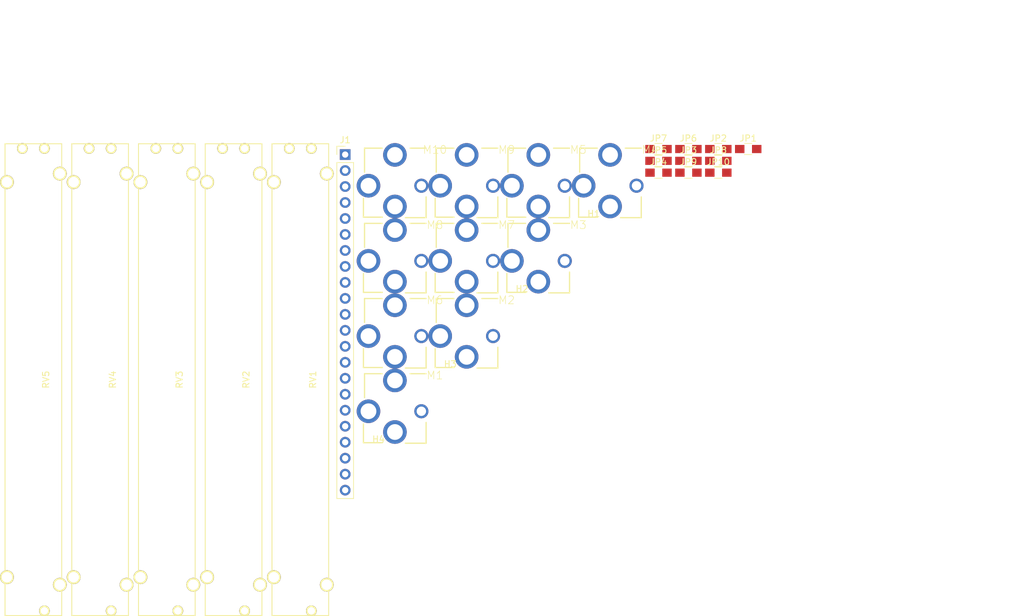
<source format=kicad_pcb>
(kicad_pcb (version 20171130) (host pcbnew 5.0.2+dfsg1-1)

  (general
    (thickness 1.6)
    (drawings 1)
    (tracks 0)
    (zones 0)
    (modules 30)
    (nets 33)
  )

  (page A4)
  (layers
    (0 F.Cu signal)
    (31 B.Cu signal)
    (32 B.Adhes user)
    (33 F.Adhes user)
    (34 B.Paste user)
    (35 F.Paste user)
    (36 B.SilkS user)
    (37 F.SilkS user)
    (38 B.Mask user)
    (39 F.Mask user)
    (40 Dwgs.User user)
    (41 Cmts.User user)
    (42 Eco1.User user)
    (43 Eco2.User user)
    (44 Edge.Cuts user)
    (45 Margin user)
    (46 B.CrtYd user)
    (47 F.CrtYd user)
    (48 B.Fab user)
    (49 F.Fab user)
  )

  (setup
    (last_trace_width 0.25)
    (trace_clearance 0.2)
    (zone_clearance 0.508)
    (zone_45_only no)
    (trace_min 0.2)
    (segment_width 0.2)
    (edge_width 0.15)
    (via_size 0.8)
    (via_drill 0.4)
    (via_min_size 0.4)
    (via_min_drill 0.3)
    (uvia_size 0.3)
    (uvia_drill 0.1)
    (uvias_allowed no)
    (uvia_min_size 0.2)
    (uvia_min_drill 0.1)
    (pcb_text_width 0.3)
    (pcb_text_size 1.5 1.5)
    (mod_edge_width 0.15)
    (mod_text_size 1 1)
    (mod_text_width 0.15)
    (pad_size 1.524 1.524)
    (pad_drill 0.762)
    (pad_to_mask_clearance 0.051)
    (solder_mask_min_width 0.25)
    (aux_axis_origin 0 0)
    (visible_elements FFFFFF7F)
    (pcbplotparams
      (layerselection 0x010fc_ffffffff)
      (usegerberextensions false)
      (usegerberattributes false)
      (usegerberadvancedattributes false)
      (creategerberjobfile false)
      (excludeedgelayer true)
      (linewidth 0.050000)
      (plotframeref false)
      (viasonmask false)
      (mode 1)
      (useauxorigin false)
      (hpglpennumber 1)
      (hpglpenspeed 20)
      (hpglpendiameter 15.000000)
      (psnegative false)
      (psa4output false)
      (plotreference true)
      (plotvalue true)
      (plotinvisibletext false)
      (padsonsilk false)
      (subtractmaskfromsilk false)
      (outputformat 1)
      (mirror false)
      (drillshape 1)
      (scaleselection 1)
      (outputdirectory ""))
  )

  (net 0 "")
  (net 1 GND)
  (net 2 /FB1)
  (net 3 /FB_1)
  (net 4 /FB2)
  (net 5 /FB_2)
  (net 6 /FB3)
  (net 7 /FB_3)
  (net 8 /FB4)
  (net 9 /FB_4)
  (net 10 /FB5)
  (net 11 /FB_5)
  (net 12 /J1)
  (net 13 /J2)
  (net 14 /J3)
  (net 15 /J4)
  (net 16 /J5)
  (net 17 /JJ1)
  (net 18 /JJ2)
  (net 19 /JJ3)
  (net 20 /JJ4)
  (net 21 /JJ5)
  (net 22 /PSBUS)
  (net 23 "Net-(M1-Pad2)")
  (net 24 "Net-(M2-Pad2)")
  (net 25 "Net-(M3-Pad2)")
  (net 26 "Net-(M4-Pad2)")
  (net 27 "Net-(M5-Pad2)")
  (net 28 "Net-(M6-Pad2)")
  (net 29 "Net-(M7-Pad2)")
  (net 30 "Net-(M8-Pad2)")
  (net 31 "Net-(M9-Pad2)")
  (net 32 "Net-(M10-Pad2)")

  (net_class Default "This is the default net class."
    (clearance 0.2)
    (trace_width 0.25)
    (via_dia 0.8)
    (via_drill 0.4)
    (uvia_dia 0.3)
    (uvia_drill 0.1)
    (add_net /FB1)
    (add_net /FB2)
    (add_net /FB3)
    (add_net /FB4)
    (add_net /FB5)
    (add_net /FB_1)
    (add_net /FB_2)
    (add_net /FB_3)
    (add_net /FB_4)
    (add_net /FB_5)
    (add_net /J1)
    (add_net /J2)
    (add_net /J3)
    (add_net /J4)
    (add_net /J5)
    (add_net /JJ1)
    (add_net /JJ2)
    (add_net /JJ3)
    (add_net /JJ4)
    (add_net /JJ5)
    (add_net /PSBUS)
    (add_net GND)
    (add_net "Net-(M1-Pad2)")
    (add_net "Net-(M10-Pad2)")
    (add_net "Net-(M2-Pad2)")
    (add_net "Net-(M3-Pad2)")
    (add_net "Net-(M4-Pad2)")
    (add_net "Net-(M5-Pad2)")
    (add_net "Net-(M6-Pad2)")
    (add_net "Net-(M7-Pad2)")
    (add_net "Net-(M8-Pad2)")
    (add_net "Net-(M9-Pad2)")
  )

  (module Mounting_Holes:MountingHole_3.2mm_M3 (layer F.Cu) (tedit 56D1B4CB) (tstamp 5EA83155)
    (at 104.295001 15.425001)
    (descr "Mounting Hole 3.2mm, no annular, M3")
    (tags "mounting hole 3.2mm no annular m3")
    (path /5E959466)
    (fp_text reference H1 (at 0 -4.2) (layer F.SilkS)
      (effects (font (size 1 1) (thickness 0.15)))
    )
    (fp_text value MountingHole (at 0 4.2) (layer F.Fab)
      (effects (font (size 1 1) (thickness 0.15)))
    )
    (fp_circle (center 0 0) (end 3.2 0) (layer Cmts.User) (width 0.15))
    (fp_circle (center 0 0) (end 3.45 0) (layer F.CrtYd) (width 0.05))
    (pad 1 np_thru_hole circle (at 0 0) (size 3.2 3.2) (drill 3.2) (layers *.Cu *.Mask))
  )

  (module Mounting_Holes:MountingHole_3.2mm_M3 (layer F.Cu) (tedit 56D1B4CB) (tstamp 5EA8315C)
    (at 92.905001 27.375001)
    (descr "Mounting Hole 3.2mm, no annular, M3")
    (tags "mounting hole 3.2mm no annular m3")
    (path /5E9250ED)
    (fp_text reference H2 (at 0 -4.2) (layer F.SilkS)
      (effects (font (size 1 1) (thickness 0.15)))
    )
    (fp_text value MountingHole (at 0 4.2) (layer F.Fab)
      (effects (font (size 1 1) (thickness 0.15)))
    )
    (fp_circle (center 0 0) (end 3.45 0) (layer F.CrtYd) (width 0.05))
    (fp_circle (center 0 0) (end 3.2 0) (layer Cmts.User) (width 0.15))
    (pad 1 np_thru_hole circle (at 0 0) (size 3.2 3.2) (drill 3.2) (layers *.Cu *.Mask))
  )

  (module Mounting_Holes:MountingHole_3.2mm_M3 (layer F.Cu) (tedit 56D1B4CB) (tstamp 5EA83163)
    (at 81.515001 39.325001)
    (descr "Mounting Hole 3.2mm, no annular, M3")
    (tags "mounting hole 3.2mm no annular m3")
    (path /5E9594B6)
    (fp_text reference H3 (at 0 -4.2) (layer F.SilkS)
      (effects (font (size 1 1) (thickness 0.15)))
    )
    (fp_text value MountingHole (at 0 4.2) (layer F.Fab)
      (effects (font (size 1 1) (thickness 0.15)))
    )
    (fp_circle (center 0 0) (end 3.45 0) (layer F.CrtYd) (width 0.05))
    (fp_circle (center 0 0) (end 3.2 0) (layer Cmts.User) (width 0.15))
    (pad 1 np_thru_hole circle (at 0 0) (size 3.2 3.2) (drill 3.2) (layers *.Cu *.Mask))
  )

  (module Mounting_Holes:MountingHole_3.2mm_M3 (layer F.Cu) (tedit 56D1B4CB) (tstamp 5EA8316A)
    (at 70.125001 51.275001)
    (descr "Mounting Hole 3.2mm, no annular, M3")
    (tags "mounting hole 3.2mm no annular m3")
    (path /5E95954E)
    (fp_text reference H4 (at 0 -4.2) (layer F.SilkS)
      (effects (font (size 1 1) (thickness 0.15)))
    )
    (fp_text value MountingHole (at 0 4.2) (layer F.Fab)
      (effects (font (size 1 1) (thickness 0.15)))
    )
    (fp_circle (center 0 0) (end 3.2 0) (layer Cmts.User) (width 0.15))
    (fp_circle (center 0 0) (end 3.45 0) (layer F.CrtYd) (width 0.05))
    (pad 1 np_thru_hole circle (at 0 0) (size 3.2 3.2) (drill 3.2) (layers *.Cu *.Mask))
  )

  (module Pin_Headers:Pin_Header_Straight_1x22_Pitch2.54mm (layer F.Cu) (tedit 59650532) (tstamp 5EA83194)
    (at 64.825001 1.825001)
    (descr "Through hole straight pin header, 1x22, 2.54mm pitch, single row")
    (tags "Through hole pin header THT 1x22 2.54mm single row")
    (path /5E8E9986)
    (fp_text reference J1 (at 0 -2.33) (layer F.SilkS)
      (effects (font (size 1 1) (thickness 0.15)))
    )
    (fp_text value Conn_01x22 (at 0 55.67) (layer F.Fab)
      (effects (font (size 1 1) (thickness 0.15)))
    )
    (fp_line (start -0.635 -1.27) (end 1.27 -1.27) (layer F.Fab) (width 0.1))
    (fp_line (start 1.27 -1.27) (end 1.27 54.61) (layer F.Fab) (width 0.1))
    (fp_line (start 1.27 54.61) (end -1.27 54.61) (layer F.Fab) (width 0.1))
    (fp_line (start -1.27 54.61) (end -1.27 -0.635) (layer F.Fab) (width 0.1))
    (fp_line (start -1.27 -0.635) (end -0.635 -1.27) (layer F.Fab) (width 0.1))
    (fp_line (start -1.33 54.67) (end 1.33 54.67) (layer F.SilkS) (width 0.12))
    (fp_line (start -1.33 1.27) (end -1.33 54.67) (layer F.SilkS) (width 0.12))
    (fp_line (start 1.33 1.27) (end 1.33 54.67) (layer F.SilkS) (width 0.12))
    (fp_line (start -1.33 1.27) (end 1.33 1.27) (layer F.SilkS) (width 0.12))
    (fp_line (start -1.33 0) (end -1.33 -1.33) (layer F.SilkS) (width 0.12))
    (fp_line (start -1.33 -1.33) (end 0 -1.33) (layer F.SilkS) (width 0.12))
    (fp_line (start -1.8 -1.8) (end -1.8 55.15) (layer F.CrtYd) (width 0.05))
    (fp_line (start -1.8 55.15) (end 1.8 55.15) (layer F.CrtYd) (width 0.05))
    (fp_line (start 1.8 55.15) (end 1.8 -1.8) (layer F.CrtYd) (width 0.05))
    (fp_line (start 1.8 -1.8) (end -1.8 -1.8) (layer F.CrtYd) (width 0.05))
    (fp_text user %R (at 0 26.67 90) (layer F.Fab)
      (effects (font (size 1 1) (thickness 0.15)))
    )
    (pad 1 thru_hole rect (at 0 0) (size 1.7 1.7) (drill 1) (layers *.Cu *.Mask)
      (net 1 GND))
    (pad 2 thru_hole oval (at 0 2.54) (size 1.7 1.7) (drill 1) (layers *.Cu *.Mask)
      (net 2 /FB1))
    (pad 3 thru_hole oval (at 0 5.08) (size 1.7 1.7) (drill 1) (layers *.Cu *.Mask)
      (net 3 /FB_1))
    (pad 4 thru_hole oval (at 0 7.62) (size 1.7 1.7) (drill 1) (layers *.Cu *.Mask)
      (net 4 /FB2))
    (pad 5 thru_hole oval (at 0 10.16) (size 1.7 1.7) (drill 1) (layers *.Cu *.Mask)
      (net 5 /FB_2))
    (pad 6 thru_hole oval (at 0 12.7) (size 1.7 1.7) (drill 1) (layers *.Cu *.Mask)
      (net 6 /FB3))
    (pad 7 thru_hole oval (at 0 15.24) (size 1.7 1.7) (drill 1) (layers *.Cu *.Mask)
      (net 7 /FB_3))
    (pad 8 thru_hole oval (at 0 17.78) (size 1.7 1.7) (drill 1) (layers *.Cu *.Mask)
      (net 8 /FB4))
    (pad 9 thru_hole oval (at 0 20.32) (size 1.7 1.7) (drill 1) (layers *.Cu *.Mask)
      (net 9 /FB_4))
    (pad 10 thru_hole oval (at 0 22.86) (size 1.7 1.7) (drill 1) (layers *.Cu *.Mask)
      (net 10 /FB5))
    (pad 11 thru_hole oval (at 0 25.4) (size 1.7 1.7) (drill 1) (layers *.Cu *.Mask)
      (net 11 /FB_5))
    (pad 12 thru_hole oval (at 0 27.94) (size 1.7 1.7) (drill 1) (layers *.Cu *.Mask)
      (net 12 /J1))
    (pad 13 thru_hole oval (at 0 30.48) (size 1.7 1.7) (drill 1) (layers *.Cu *.Mask)
      (net 13 /J2))
    (pad 14 thru_hole oval (at 0 33.02) (size 1.7 1.7) (drill 1) (layers *.Cu *.Mask)
      (net 14 /J3))
    (pad 15 thru_hole oval (at 0 35.56) (size 1.7 1.7) (drill 1) (layers *.Cu *.Mask)
      (net 15 /J4))
    (pad 16 thru_hole oval (at 0 38.1) (size 1.7 1.7) (drill 1) (layers *.Cu *.Mask)
      (net 16 /J5))
    (pad 17 thru_hole oval (at 0 40.64) (size 1.7 1.7) (drill 1) (layers *.Cu *.Mask)
      (net 17 /JJ1))
    (pad 18 thru_hole oval (at 0 43.18) (size 1.7 1.7) (drill 1) (layers *.Cu *.Mask)
      (net 18 /JJ2))
    (pad 19 thru_hole oval (at 0 45.72) (size 1.7 1.7) (drill 1) (layers *.Cu *.Mask)
      (net 19 /JJ3))
    (pad 20 thru_hole oval (at 0 48.26) (size 1.7 1.7) (drill 1) (layers *.Cu *.Mask)
      (net 20 /JJ4))
    (pad 21 thru_hole oval (at 0 50.8) (size 1.7 1.7) (drill 1) (layers *.Cu *.Mask)
      (net 21 /JJ5))
    (pad 22 thru_hole oval (at 0 53.34) (size 1.7 1.7) (drill 1) (layers *.Cu *.Mask)
      (net 22 /PSBUS))
    (model ${KISYS3DMOD}/Pin_Headers.3dshapes/Pin_Header_Straight_1x22_Pitch2.54mm.wrl
      (at (xyz 0 0 0))
      (scale (xyz 1 1 1))
      (rotate (xyz 0 0 0))
    )
  )

  (module Resistors_SMD:R_0805_HandSoldering (layer F.Cu) (tedit 58E0A804) (tstamp 5EA831A5)
    (at 128.835001 0.940001)
    (descr "Resistor SMD 0805, hand soldering")
    (tags "resistor 0805")
    (path /5E970591)
    (attr smd)
    (fp_text reference JP1 (at 0 -1.7) (layer F.SilkS)
      (effects (font (size 1 1) (thickness 0.15)))
    )
    (fp_text value Jumper_NO_Small (at 0 1.75) (layer F.Fab)
      (effects (font (size 1 1) (thickness 0.15)))
    )
    (fp_line (start 2.35 0.9) (end -2.35 0.9) (layer F.CrtYd) (width 0.05))
    (fp_line (start 2.35 0.9) (end 2.35 -0.9) (layer F.CrtYd) (width 0.05))
    (fp_line (start -2.35 -0.9) (end -2.35 0.9) (layer F.CrtYd) (width 0.05))
    (fp_line (start -2.35 -0.9) (end 2.35 -0.9) (layer F.CrtYd) (width 0.05))
    (fp_line (start -0.6 -0.88) (end 0.6 -0.88) (layer F.SilkS) (width 0.12))
    (fp_line (start 0.6 0.88) (end -0.6 0.88) (layer F.SilkS) (width 0.12))
    (fp_line (start -1 -0.62) (end 1 -0.62) (layer F.Fab) (width 0.1))
    (fp_line (start 1 -0.62) (end 1 0.62) (layer F.Fab) (width 0.1))
    (fp_line (start 1 0.62) (end -1 0.62) (layer F.Fab) (width 0.1))
    (fp_line (start -1 0.62) (end -1 -0.62) (layer F.Fab) (width 0.1))
    (fp_text user %R (at 0 0) (layer F.Fab)
      (effects (font (size 0.5 0.5) (thickness 0.075)))
    )
    (pad 2 smd rect (at 1.35 0) (size 1.5 1.3) (layers F.Cu F.Paste F.Mask)
      (net 22 /PSBUS))
    (pad 1 smd rect (at -1.35 0) (size 1.5 1.3) (layers F.Cu F.Paste F.Mask)
      (net 3 /FB_1))
    (model ${KISYS3DMOD}/Resistors_SMD.3dshapes/R_0805.wrl
      (at (xyz 0 0 0))
      (scale (xyz 1 1 1))
      (rotate (xyz 0 0 0))
    )
  )

  (module Resistors_SMD:R_0805_HandSoldering (layer F.Cu) (tedit 58E0A804) (tstamp 5EA831B6)
    (at 124.085001 0.940001)
    (descr "Resistor SMD 0805, hand soldering")
    (tags "resistor 0805")
    (path /5E9743F6)
    (attr smd)
    (fp_text reference JP2 (at 0 -1.7) (layer F.SilkS)
      (effects (font (size 1 1) (thickness 0.15)))
    )
    (fp_text value Jumper_NO_Small (at 0 1.75) (layer F.Fab)
      (effects (font (size 1 1) (thickness 0.15)))
    )
    (fp_text user %R (at 0 0) (layer F.Fab)
      (effects (font (size 0.5 0.5) (thickness 0.075)))
    )
    (fp_line (start -1 0.62) (end -1 -0.62) (layer F.Fab) (width 0.1))
    (fp_line (start 1 0.62) (end -1 0.62) (layer F.Fab) (width 0.1))
    (fp_line (start 1 -0.62) (end 1 0.62) (layer F.Fab) (width 0.1))
    (fp_line (start -1 -0.62) (end 1 -0.62) (layer F.Fab) (width 0.1))
    (fp_line (start 0.6 0.88) (end -0.6 0.88) (layer F.SilkS) (width 0.12))
    (fp_line (start -0.6 -0.88) (end 0.6 -0.88) (layer F.SilkS) (width 0.12))
    (fp_line (start -2.35 -0.9) (end 2.35 -0.9) (layer F.CrtYd) (width 0.05))
    (fp_line (start -2.35 -0.9) (end -2.35 0.9) (layer F.CrtYd) (width 0.05))
    (fp_line (start 2.35 0.9) (end 2.35 -0.9) (layer F.CrtYd) (width 0.05))
    (fp_line (start 2.35 0.9) (end -2.35 0.9) (layer F.CrtYd) (width 0.05))
    (pad 1 smd rect (at -1.35 0) (size 1.5 1.3) (layers F.Cu F.Paste F.Mask)
      (net 5 /FB_2))
    (pad 2 smd rect (at 1.35 0) (size 1.5 1.3) (layers F.Cu F.Paste F.Mask)
      (net 22 /PSBUS))
    (model ${KISYS3DMOD}/Resistors_SMD.3dshapes/R_0805.wrl
      (at (xyz 0 0 0))
      (scale (xyz 1 1 1))
      (rotate (xyz 0 0 0))
    )
  )

  (module Resistors_SMD:R_0805_HandSoldering (layer F.Cu) (tedit 58E0A804) (tstamp 5EA831C7)
    (at 119.335001 2.820001)
    (descr "Resistor SMD 0805, hand soldering")
    (tags "resistor 0805")
    (path /5E975A95)
    (attr smd)
    (fp_text reference JP3 (at 0 -1.7) (layer F.SilkS)
      (effects (font (size 1 1) (thickness 0.15)))
    )
    (fp_text value Jumper_NO_Small (at 0 1.75) (layer F.Fab)
      (effects (font (size 1 1) (thickness 0.15)))
    )
    (fp_line (start 2.35 0.9) (end -2.35 0.9) (layer F.CrtYd) (width 0.05))
    (fp_line (start 2.35 0.9) (end 2.35 -0.9) (layer F.CrtYd) (width 0.05))
    (fp_line (start -2.35 -0.9) (end -2.35 0.9) (layer F.CrtYd) (width 0.05))
    (fp_line (start -2.35 -0.9) (end 2.35 -0.9) (layer F.CrtYd) (width 0.05))
    (fp_line (start -0.6 -0.88) (end 0.6 -0.88) (layer F.SilkS) (width 0.12))
    (fp_line (start 0.6 0.88) (end -0.6 0.88) (layer F.SilkS) (width 0.12))
    (fp_line (start -1 -0.62) (end 1 -0.62) (layer F.Fab) (width 0.1))
    (fp_line (start 1 -0.62) (end 1 0.62) (layer F.Fab) (width 0.1))
    (fp_line (start 1 0.62) (end -1 0.62) (layer F.Fab) (width 0.1))
    (fp_line (start -1 0.62) (end -1 -0.62) (layer F.Fab) (width 0.1))
    (fp_text user %R (at 0 0) (layer F.Fab)
      (effects (font (size 0.5 0.5) (thickness 0.075)))
    )
    (pad 2 smd rect (at 1.35 0) (size 1.5 1.3) (layers F.Cu F.Paste F.Mask)
      (net 22 /PSBUS))
    (pad 1 smd rect (at -1.35 0) (size 1.5 1.3) (layers F.Cu F.Paste F.Mask)
      (net 7 /FB_3))
    (model ${KISYS3DMOD}/Resistors_SMD.3dshapes/R_0805.wrl
      (at (xyz 0 0 0))
      (scale (xyz 1 1 1))
      (rotate (xyz 0 0 0))
    )
  )

  (module Resistors_SMD:R_0805_HandSoldering (layer F.Cu) (tedit 58E0A804) (tstamp 5EA831D8)
    (at 114.585001 4.700001)
    (descr "Resistor SMD 0805, hand soldering")
    (tags "resistor 0805")
    (path /5E975A9F)
    (attr smd)
    (fp_text reference JP4 (at 0 -1.7) (layer F.SilkS)
      (effects (font (size 1 1) (thickness 0.15)))
    )
    (fp_text value Jumper_NO_Small (at 0 1.75) (layer F.Fab)
      (effects (font (size 1 1) (thickness 0.15)))
    )
    (fp_text user %R (at 0 0) (layer F.Fab)
      (effects (font (size 0.5 0.5) (thickness 0.075)))
    )
    (fp_line (start -1 0.62) (end -1 -0.62) (layer F.Fab) (width 0.1))
    (fp_line (start 1 0.62) (end -1 0.62) (layer F.Fab) (width 0.1))
    (fp_line (start 1 -0.62) (end 1 0.62) (layer F.Fab) (width 0.1))
    (fp_line (start -1 -0.62) (end 1 -0.62) (layer F.Fab) (width 0.1))
    (fp_line (start 0.6 0.88) (end -0.6 0.88) (layer F.SilkS) (width 0.12))
    (fp_line (start -0.6 -0.88) (end 0.6 -0.88) (layer F.SilkS) (width 0.12))
    (fp_line (start -2.35 -0.9) (end 2.35 -0.9) (layer F.CrtYd) (width 0.05))
    (fp_line (start -2.35 -0.9) (end -2.35 0.9) (layer F.CrtYd) (width 0.05))
    (fp_line (start 2.35 0.9) (end 2.35 -0.9) (layer F.CrtYd) (width 0.05))
    (fp_line (start 2.35 0.9) (end -2.35 0.9) (layer F.CrtYd) (width 0.05))
    (pad 1 smd rect (at -1.35 0) (size 1.5 1.3) (layers F.Cu F.Paste F.Mask)
      (net 9 /FB_4))
    (pad 2 smd rect (at 1.35 0) (size 1.5 1.3) (layers F.Cu F.Paste F.Mask)
      (net 22 /PSBUS))
    (model ${KISYS3DMOD}/Resistors_SMD.3dshapes/R_0805.wrl
      (at (xyz 0 0 0))
      (scale (xyz 1 1 1))
      (rotate (xyz 0 0 0))
    )
  )

  (module Resistors_SMD:R_0805_HandSoldering (layer F.Cu) (tedit 58E0A804) (tstamp 5EA831E9)
    (at 114.585001 2.820001)
    (descr "Resistor SMD 0805, hand soldering")
    (tags "resistor 0805")
    (path /5E97798F)
    (attr smd)
    (fp_text reference JP5 (at 0 -1.7) (layer F.SilkS)
      (effects (font (size 1 1) (thickness 0.15)))
    )
    (fp_text value Jumper_NO_Small (at 0 1.75) (layer F.Fab)
      (effects (font (size 1 1) (thickness 0.15)))
    )
    (fp_line (start 2.35 0.9) (end -2.35 0.9) (layer F.CrtYd) (width 0.05))
    (fp_line (start 2.35 0.9) (end 2.35 -0.9) (layer F.CrtYd) (width 0.05))
    (fp_line (start -2.35 -0.9) (end -2.35 0.9) (layer F.CrtYd) (width 0.05))
    (fp_line (start -2.35 -0.9) (end 2.35 -0.9) (layer F.CrtYd) (width 0.05))
    (fp_line (start -0.6 -0.88) (end 0.6 -0.88) (layer F.SilkS) (width 0.12))
    (fp_line (start 0.6 0.88) (end -0.6 0.88) (layer F.SilkS) (width 0.12))
    (fp_line (start -1 -0.62) (end 1 -0.62) (layer F.Fab) (width 0.1))
    (fp_line (start 1 -0.62) (end 1 0.62) (layer F.Fab) (width 0.1))
    (fp_line (start 1 0.62) (end -1 0.62) (layer F.Fab) (width 0.1))
    (fp_line (start -1 0.62) (end -1 -0.62) (layer F.Fab) (width 0.1))
    (fp_text user %R (at 0 0) (layer F.Fab)
      (effects (font (size 0.5 0.5) (thickness 0.075)))
    )
    (pad 2 smd rect (at 1.35 0) (size 1.5 1.3) (layers F.Cu F.Paste F.Mask)
      (net 22 /PSBUS))
    (pad 1 smd rect (at -1.35 0) (size 1.5 1.3) (layers F.Cu F.Paste F.Mask)
      (net 11 /FB_5))
    (model ${KISYS3DMOD}/Resistors_SMD.3dshapes/R_0805.wrl
      (at (xyz 0 0 0))
      (scale (xyz 1 1 1))
      (rotate (xyz 0 0 0))
    )
  )

  (module Resistors_SMD:R_0805_HandSoldering (layer F.Cu) (tedit 58E0A804) (tstamp 5EA831FA)
    (at 119.335001 0.940001)
    (descr "Resistor SMD 0805, hand soldering")
    (tags "resistor 0805")
    (path /5E97B617)
    (attr smd)
    (fp_text reference JP6 (at 0 -1.7) (layer F.SilkS)
      (effects (font (size 1 1) (thickness 0.15)))
    )
    (fp_text value Jumper_NO_Small (at 0 1.75) (layer F.Fab)
      (effects (font (size 1 1) (thickness 0.15)))
    )
    (fp_text user %R (at 0 0) (layer F.Fab)
      (effects (font (size 0.5 0.5) (thickness 0.075)))
    )
    (fp_line (start -1 0.62) (end -1 -0.62) (layer F.Fab) (width 0.1))
    (fp_line (start 1 0.62) (end -1 0.62) (layer F.Fab) (width 0.1))
    (fp_line (start 1 -0.62) (end 1 0.62) (layer F.Fab) (width 0.1))
    (fp_line (start -1 -0.62) (end 1 -0.62) (layer F.Fab) (width 0.1))
    (fp_line (start 0.6 0.88) (end -0.6 0.88) (layer F.SilkS) (width 0.12))
    (fp_line (start -0.6 -0.88) (end 0.6 -0.88) (layer F.SilkS) (width 0.12))
    (fp_line (start -2.35 -0.9) (end 2.35 -0.9) (layer F.CrtYd) (width 0.05))
    (fp_line (start -2.35 -0.9) (end -2.35 0.9) (layer F.CrtYd) (width 0.05))
    (fp_line (start 2.35 0.9) (end 2.35 -0.9) (layer F.CrtYd) (width 0.05))
    (fp_line (start 2.35 0.9) (end -2.35 0.9) (layer F.CrtYd) (width 0.05))
    (pad 1 smd rect (at -1.35 0) (size 1.5 1.3) (layers F.Cu F.Paste F.Mask)
      (net 2 /FB1))
    (pad 2 smd rect (at 1.35 0) (size 1.5 1.3) (layers F.Cu F.Paste F.Mask)
      (net 12 /J1))
    (model ${KISYS3DMOD}/Resistors_SMD.3dshapes/R_0805.wrl
      (at (xyz 0 0 0))
      (scale (xyz 1 1 1))
      (rotate (xyz 0 0 0))
    )
  )

  (module Resistors_SMD:R_0805_HandSoldering (layer F.Cu) (tedit 58E0A804) (tstamp 5EA8320B)
    (at 114.585001 0.940001)
    (descr "Resistor SMD 0805, hand soldering")
    (tags "resistor 0805")
    (path /5E97B621)
    (attr smd)
    (fp_text reference JP7 (at 0 -1.7) (layer F.SilkS)
      (effects (font (size 1 1) (thickness 0.15)))
    )
    (fp_text value Jumper_NO_Small (at 0 1.75) (layer F.Fab)
      (effects (font (size 1 1) (thickness 0.15)))
    )
    (fp_line (start 2.35 0.9) (end -2.35 0.9) (layer F.CrtYd) (width 0.05))
    (fp_line (start 2.35 0.9) (end 2.35 -0.9) (layer F.CrtYd) (width 0.05))
    (fp_line (start -2.35 -0.9) (end -2.35 0.9) (layer F.CrtYd) (width 0.05))
    (fp_line (start -2.35 -0.9) (end 2.35 -0.9) (layer F.CrtYd) (width 0.05))
    (fp_line (start -0.6 -0.88) (end 0.6 -0.88) (layer F.SilkS) (width 0.12))
    (fp_line (start 0.6 0.88) (end -0.6 0.88) (layer F.SilkS) (width 0.12))
    (fp_line (start -1 -0.62) (end 1 -0.62) (layer F.Fab) (width 0.1))
    (fp_line (start 1 -0.62) (end 1 0.62) (layer F.Fab) (width 0.1))
    (fp_line (start 1 0.62) (end -1 0.62) (layer F.Fab) (width 0.1))
    (fp_line (start -1 0.62) (end -1 -0.62) (layer F.Fab) (width 0.1))
    (fp_text user %R (at 0 0) (layer F.Fab)
      (effects (font (size 0.5 0.5) (thickness 0.075)))
    )
    (pad 2 smd rect (at 1.35 0) (size 1.5 1.3) (layers F.Cu F.Paste F.Mask)
      (net 13 /J2))
    (pad 1 smd rect (at -1.35 0) (size 1.5 1.3) (layers F.Cu F.Paste F.Mask)
      (net 4 /FB2))
    (model ${KISYS3DMOD}/Resistors_SMD.3dshapes/R_0805.wrl
      (at (xyz 0 0 0))
      (scale (xyz 1 1 1))
      (rotate (xyz 0 0 0))
    )
  )

  (module Resistors_SMD:R_0805_HandSoldering (layer F.Cu) (tedit 58E0A804) (tstamp 5EA8321C)
    (at 124.085001 2.820001)
    (descr "Resistor SMD 0805, hand soldering")
    (tags "resistor 0805")
    (path /5E97B62B)
    (attr smd)
    (fp_text reference JP8 (at 0 -1.7) (layer F.SilkS)
      (effects (font (size 1 1) (thickness 0.15)))
    )
    (fp_text value Jumper_NO_Small (at 0 1.75) (layer F.Fab)
      (effects (font (size 1 1) (thickness 0.15)))
    )
    (fp_text user %R (at 0 0) (layer F.Fab)
      (effects (font (size 0.5 0.5) (thickness 0.075)))
    )
    (fp_line (start -1 0.62) (end -1 -0.62) (layer F.Fab) (width 0.1))
    (fp_line (start 1 0.62) (end -1 0.62) (layer F.Fab) (width 0.1))
    (fp_line (start 1 -0.62) (end 1 0.62) (layer F.Fab) (width 0.1))
    (fp_line (start -1 -0.62) (end 1 -0.62) (layer F.Fab) (width 0.1))
    (fp_line (start 0.6 0.88) (end -0.6 0.88) (layer F.SilkS) (width 0.12))
    (fp_line (start -0.6 -0.88) (end 0.6 -0.88) (layer F.SilkS) (width 0.12))
    (fp_line (start -2.35 -0.9) (end 2.35 -0.9) (layer F.CrtYd) (width 0.05))
    (fp_line (start -2.35 -0.9) (end -2.35 0.9) (layer F.CrtYd) (width 0.05))
    (fp_line (start 2.35 0.9) (end 2.35 -0.9) (layer F.CrtYd) (width 0.05))
    (fp_line (start 2.35 0.9) (end -2.35 0.9) (layer F.CrtYd) (width 0.05))
    (pad 1 smd rect (at -1.35 0) (size 1.5 1.3) (layers F.Cu F.Paste F.Mask)
      (net 6 /FB3))
    (pad 2 smd rect (at 1.35 0) (size 1.5 1.3) (layers F.Cu F.Paste F.Mask)
      (net 14 /J3))
    (model ${KISYS3DMOD}/Resistors_SMD.3dshapes/R_0805.wrl
      (at (xyz 0 0 0))
      (scale (xyz 1 1 1))
      (rotate (xyz 0 0 0))
    )
  )

  (module Resistors_SMD:R_0805_HandSoldering (layer F.Cu) (tedit 58E0A804) (tstamp 5EA8322D)
    (at 119.335001 4.700001)
    (descr "Resistor SMD 0805, hand soldering")
    (tags "resistor 0805")
    (path /5E97B635)
    (attr smd)
    (fp_text reference JP9 (at 0 -1.7) (layer F.SilkS)
      (effects (font (size 1 1) (thickness 0.15)))
    )
    (fp_text value Jumper_NO_Small (at 0 1.75) (layer F.Fab)
      (effects (font (size 1 1) (thickness 0.15)))
    )
    (fp_line (start 2.35 0.9) (end -2.35 0.9) (layer F.CrtYd) (width 0.05))
    (fp_line (start 2.35 0.9) (end 2.35 -0.9) (layer F.CrtYd) (width 0.05))
    (fp_line (start -2.35 -0.9) (end -2.35 0.9) (layer F.CrtYd) (width 0.05))
    (fp_line (start -2.35 -0.9) (end 2.35 -0.9) (layer F.CrtYd) (width 0.05))
    (fp_line (start -0.6 -0.88) (end 0.6 -0.88) (layer F.SilkS) (width 0.12))
    (fp_line (start 0.6 0.88) (end -0.6 0.88) (layer F.SilkS) (width 0.12))
    (fp_line (start -1 -0.62) (end 1 -0.62) (layer F.Fab) (width 0.1))
    (fp_line (start 1 -0.62) (end 1 0.62) (layer F.Fab) (width 0.1))
    (fp_line (start 1 0.62) (end -1 0.62) (layer F.Fab) (width 0.1))
    (fp_line (start -1 0.62) (end -1 -0.62) (layer F.Fab) (width 0.1))
    (fp_text user %R (at 0 0) (layer F.Fab)
      (effects (font (size 0.5 0.5) (thickness 0.075)))
    )
    (pad 2 smd rect (at 1.35 0) (size 1.5 1.3) (layers F.Cu F.Paste F.Mask)
      (net 15 /J4))
    (pad 1 smd rect (at -1.35 0) (size 1.5 1.3) (layers F.Cu F.Paste F.Mask)
      (net 8 /FB4))
    (model ${KISYS3DMOD}/Resistors_SMD.3dshapes/R_0805.wrl
      (at (xyz 0 0 0))
      (scale (xyz 1 1 1))
      (rotate (xyz 0 0 0))
    )
  )

  (module Resistors_SMD:R_0805_HandSoldering (layer F.Cu) (tedit 58E0A804) (tstamp 5EA8323E)
    (at 124.085001 4.700001)
    (descr "Resistor SMD 0805, hand soldering")
    (tags "resistor 0805")
    (path /5E97B63F)
    (attr smd)
    (fp_text reference JP10 (at 0 -1.7) (layer F.SilkS)
      (effects (font (size 1 1) (thickness 0.15)))
    )
    (fp_text value Jumper_NO_Small (at 0 1.75) (layer F.Fab)
      (effects (font (size 1 1) (thickness 0.15)))
    )
    (fp_text user %R (at 0 0) (layer F.Fab)
      (effects (font (size 0.5 0.5) (thickness 0.075)))
    )
    (fp_line (start -1 0.62) (end -1 -0.62) (layer F.Fab) (width 0.1))
    (fp_line (start 1 0.62) (end -1 0.62) (layer F.Fab) (width 0.1))
    (fp_line (start 1 -0.62) (end 1 0.62) (layer F.Fab) (width 0.1))
    (fp_line (start -1 -0.62) (end 1 -0.62) (layer F.Fab) (width 0.1))
    (fp_line (start 0.6 0.88) (end -0.6 0.88) (layer F.SilkS) (width 0.12))
    (fp_line (start -0.6 -0.88) (end 0.6 -0.88) (layer F.SilkS) (width 0.12))
    (fp_line (start -2.35 -0.9) (end 2.35 -0.9) (layer F.CrtYd) (width 0.05))
    (fp_line (start -2.35 -0.9) (end -2.35 0.9) (layer F.CrtYd) (width 0.05))
    (fp_line (start 2.35 0.9) (end 2.35 -0.9) (layer F.CrtYd) (width 0.05))
    (fp_line (start 2.35 0.9) (end -2.35 0.9) (layer F.CrtYd) (width 0.05))
    (pad 1 smd rect (at -1.35 0) (size 1.5 1.3) (layers F.Cu F.Paste F.Mask)
      (net 10 /FB5))
    (pad 2 smd rect (at 1.35 0) (size 1.5 1.3) (layers F.Cu F.Paste F.Mask)
      (net 16 /J5))
    (model ${KISYS3DMOD}/Resistors_SMD.3dshapes/R_0805.wrl
      (at (xyz 0 0 0))
      (scale (xyz 1 1 1))
      (rotate (xyz 0 0 0))
    )
  )

  (module erthenvar:ERTHENVAR-JACK (layer F.Cu) (tedit 0) (tstamp 5EA83252)
    (at 72.72314 42.62418)
    (path /5E8E79B5)
    (fp_text reference M1 (at 6.35 -5.715) (layer F.SilkS)
      (effects (font (size 1.27 1.27) (thickness 0.1016)))
    )
    (fp_text value AUDIO-JACKERTHENVAR (at 0 0) (layer Eco1.User) hide
      (effects (font (size 0 0) (thickness 0.000001)))
    )
    (fp_line (start -4.89966 -5.99948) (end 4.89966 -5.99948) (layer Cmts.User) (width 0.127))
    (fp_line (start 4.89966 -5.99948) (end 4.89966 4.89966) (layer Cmts.User) (width 0.127))
    (fp_line (start 4.89966 4.89966) (end -4.89966 4.89966) (layer Cmts.User) (width 0.127))
    (fp_line (start -4.89966 4.89966) (end -4.89966 -5.99948) (layer Cmts.User) (width 0.127))
    (fp_line (start -4.99872 1.99898) (end -4.99872 4.99872) (layer F.SilkS) (width 0.2032))
    (fp_line (start -4.99872 4.99872) (end -1.99898 4.99872) (layer F.SilkS) (width 0.2032))
    (fp_line (start 1.651 5.08) (end 4.953 5.08) (layer F.SilkS) (width 0.2032))
    (fp_line (start 4.953 5.08) (end 4.953 1.778) (layer F.SilkS) (width 0.2032))
    (fp_line (start 4.953 -1.651) (end 4.953 -5.969) (layer Eco1.User) (width 0.2032))
    (fp_line (start 4.953 -5.969) (end 2.413 -5.969) (layer F.SilkS) (width 0.2032))
    (fp_line (start -2.032 -5.969) (end -4.826 -5.969) (layer F.SilkS) (width 0.2032))
    (fp_line (start -4.826 -5.969) (end -4.826 -2.159) (layer F.SilkS) (width 0.2032))
    (pad 1@1 thru_hole oval (at -4.19862 0 90) (size 3.74904 3.74904) (drill 2.49936) (layers *.Cu *.Mask)
      (net 1 GND))
    (pad 3 thru_hole oval (at 0 -4.89966 90) (size 3.74904 3.74904) (drill 2.49936) (layers *.Cu *.Mask)
      (net 15 /J4))
    (pad 2 thru_hole oval (at 0 3.29946 90) (size 3.74904 3.74904) (drill 2.49936) (layers *.Cu *.Mask)
      (net 23 "Net-(M1-Pad2)"))
    (pad 1@2 thru_hole oval (at 4.19862 0 90) (size 2.2479 2.2479) (drill 1.4986) (layers *.Cu *.Mask)
      (net 1 GND))
  )

  (module erthenvar:ERTHENVAR-JACK (layer F.Cu) (tedit 0) (tstamp 5EA83266)
    (at 84.11314 30.67418)
    (path /5E8E7FAB)
    (fp_text reference M2 (at 6.35 -5.715) (layer F.SilkS)
      (effects (font (size 1.27 1.27) (thickness 0.1016)))
    )
    (fp_text value AUDIO-JACKERTHENVAR (at 0 0) (layer Eco1.User) hide
      (effects (font (size 0 0) (thickness 0.000001)))
    )
    (fp_line (start -4.89966 -5.99948) (end 4.89966 -5.99948) (layer Cmts.User) (width 0.127))
    (fp_line (start 4.89966 -5.99948) (end 4.89966 4.89966) (layer Cmts.User) (width 0.127))
    (fp_line (start 4.89966 4.89966) (end -4.89966 4.89966) (layer Cmts.User) (width 0.127))
    (fp_line (start -4.89966 4.89966) (end -4.89966 -5.99948) (layer Cmts.User) (width 0.127))
    (fp_line (start -4.99872 1.99898) (end -4.99872 4.99872) (layer F.SilkS) (width 0.2032))
    (fp_line (start -4.99872 4.99872) (end -1.99898 4.99872) (layer F.SilkS) (width 0.2032))
    (fp_line (start 1.651 5.08) (end 4.953 5.08) (layer F.SilkS) (width 0.2032))
    (fp_line (start 4.953 5.08) (end 4.953 1.778) (layer F.SilkS) (width 0.2032))
    (fp_line (start 4.953 -1.651) (end 4.953 -5.969) (layer Eco1.User) (width 0.2032))
    (fp_line (start 4.953 -5.969) (end 2.413 -5.969) (layer F.SilkS) (width 0.2032))
    (fp_line (start -2.032 -5.969) (end -4.826 -5.969) (layer F.SilkS) (width 0.2032))
    (fp_line (start -4.826 -5.969) (end -4.826 -2.159) (layer F.SilkS) (width 0.2032))
    (pad 1@1 thru_hole oval (at -4.19862 0 90) (size 3.74904 3.74904) (drill 2.49936) (layers *.Cu *.Mask)
      (net 1 GND))
    (pad 3 thru_hole oval (at 0 -4.89966 90) (size 3.74904 3.74904) (drill 2.49936) (layers *.Cu *.Mask)
      (net 16 /J5))
    (pad 2 thru_hole oval (at 0 3.29946 90) (size 3.74904 3.74904) (drill 2.49936) (layers *.Cu *.Mask)
      (net 24 "Net-(M2-Pad2)"))
    (pad 1@2 thru_hole oval (at 4.19862 0 90) (size 2.2479 2.2479) (drill 1.4986) (layers *.Cu *.Mask)
      (net 1 GND))
  )

  (module erthenvar:ERTHENVAR-JACK (layer F.Cu) (tedit 0) (tstamp 5EA8327A)
    (at 95.50314 18.72418)
    (path /5E8E748B)
    (fp_text reference M3 (at 6.35 -5.715) (layer F.SilkS)
      (effects (font (size 1.27 1.27) (thickness 0.1016)))
    )
    (fp_text value AUDIO-JACKERTHENVAR (at 0 0) (layer Eco1.User) hide
      (effects (font (size 0 0) (thickness 0.000001)))
    )
    (fp_line (start -4.89966 -5.99948) (end 4.89966 -5.99948) (layer Cmts.User) (width 0.127))
    (fp_line (start 4.89966 -5.99948) (end 4.89966 4.89966) (layer Cmts.User) (width 0.127))
    (fp_line (start 4.89966 4.89966) (end -4.89966 4.89966) (layer Cmts.User) (width 0.127))
    (fp_line (start -4.89966 4.89966) (end -4.89966 -5.99948) (layer Cmts.User) (width 0.127))
    (fp_line (start -4.99872 1.99898) (end -4.99872 4.99872) (layer F.SilkS) (width 0.2032))
    (fp_line (start -4.99872 4.99872) (end -1.99898 4.99872) (layer F.SilkS) (width 0.2032))
    (fp_line (start 1.651 5.08) (end 4.953 5.08) (layer F.SilkS) (width 0.2032))
    (fp_line (start 4.953 5.08) (end 4.953 1.778) (layer F.SilkS) (width 0.2032))
    (fp_line (start 4.953 -1.651) (end 4.953 -5.969) (layer Eco1.User) (width 0.2032))
    (fp_line (start 4.953 -5.969) (end 2.413 -5.969) (layer F.SilkS) (width 0.2032))
    (fp_line (start -2.032 -5.969) (end -4.826 -5.969) (layer F.SilkS) (width 0.2032))
    (fp_line (start -4.826 -5.969) (end -4.826 -2.159) (layer F.SilkS) (width 0.2032))
    (pad 1@1 thru_hole oval (at -4.19862 0 90) (size 3.74904 3.74904) (drill 2.49936) (layers *.Cu *.Mask)
      (net 1 GND))
    (pad 3 thru_hole oval (at 0 -4.89966 90) (size 3.74904 3.74904) (drill 2.49936) (layers *.Cu *.Mask)
      (net 14 /J3))
    (pad 2 thru_hole oval (at 0 3.29946 90) (size 3.74904 3.74904) (drill 2.49936) (layers *.Cu *.Mask)
      (net 25 "Net-(M3-Pad2)"))
    (pad 1@2 thru_hole oval (at 4.19862 0 90) (size 2.2479 2.2479) (drill 1.4986) (layers *.Cu *.Mask)
      (net 1 GND))
  )

  (module erthenvar:ERTHENVAR-JACK (layer F.Cu) (tedit 0) (tstamp 5EA8328E)
    (at 106.89314 6.77418)
    (path /5E8E6195)
    (fp_text reference M4 (at 6.35 -5.715) (layer F.SilkS)
      (effects (font (size 1.27 1.27) (thickness 0.1016)))
    )
    (fp_text value AUDIO-JACKERTHENVAR (at 0 0) (layer Eco1.User) hide
      (effects (font (size 0 0) (thickness 0.000001)))
    )
    (fp_line (start -4.89966 -5.99948) (end 4.89966 -5.99948) (layer Cmts.User) (width 0.127))
    (fp_line (start 4.89966 -5.99948) (end 4.89966 4.89966) (layer Cmts.User) (width 0.127))
    (fp_line (start 4.89966 4.89966) (end -4.89966 4.89966) (layer Cmts.User) (width 0.127))
    (fp_line (start -4.89966 4.89966) (end -4.89966 -5.99948) (layer Cmts.User) (width 0.127))
    (fp_line (start -4.99872 1.99898) (end -4.99872 4.99872) (layer F.SilkS) (width 0.2032))
    (fp_line (start -4.99872 4.99872) (end -1.99898 4.99872) (layer F.SilkS) (width 0.2032))
    (fp_line (start 1.651 5.08) (end 4.953 5.08) (layer F.SilkS) (width 0.2032))
    (fp_line (start 4.953 5.08) (end 4.953 1.778) (layer F.SilkS) (width 0.2032))
    (fp_line (start 4.953 -1.651) (end 4.953 -5.969) (layer Eco1.User) (width 0.2032))
    (fp_line (start 4.953 -5.969) (end 2.413 -5.969) (layer F.SilkS) (width 0.2032))
    (fp_line (start -2.032 -5.969) (end -4.826 -5.969) (layer F.SilkS) (width 0.2032))
    (fp_line (start -4.826 -5.969) (end -4.826 -2.159) (layer F.SilkS) (width 0.2032))
    (pad 1@1 thru_hole oval (at -4.19862 0 90) (size 3.74904 3.74904) (drill 2.49936) (layers *.Cu *.Mask)
      (net 1 GND))
    (pad 3 thru_hole oval (at 0 -4.89966 90) (size 3.74904 3.74904) (drill 2.49936) (layers *.Cu *.Mask)
      (net 12 /J1))
    (pad 2 thru_hole oval (at 0 3.29946 90) (size 3.74904 3.74904) (drill 2.49936) (layers *.Cu *.Mask)
      (net 26 "Net-(M4-Pad2)"))
    (pad 1@2 thru_hole oval (at 4.19862 0 90) (size 2.2479 2.2479) (drill 1.4986) (layers *.Cu *.Mask)
      (net 1 GND))
  )

  (module erthenvar:ERTHENVAR-JACK (layer F.Cu) (tedit 0) (tstamp 5EA832A2)
    (at 95.50314 6.77418)
    (path /5E8E714D)
    (fp_text reference M5 (at 6.35 -5.715) (layer F.SilkS)
      (effects (font (size 1.27 1.27) (thickness 0.1016)))
    )
    (fp_text value AUDIO-JACKERTHENVAR (at 0 0) (layer Eco1.User) hide
      (effects (font (size 0 0) (thickness 0.000001)))
    )
    (fp_line (start -4.89966 -5.99948) (end 4.89966 -5.99948) (layer Cmts.User) (width 0.127))
    (fp_line (start 4.89966 -5.99948) (end 4.89966 4.89966) (layer Cmts.User) (width 0.127))
    (fp_line (start 4.89966 4.89966) (end -4.89966 4.89966) (layer Cmts.User) (width 0.127))
    (fp_line (start -4.89966 4.89966) (end -4.89966 -5.99948) (layer Cmts.User) (width 0.127))
    (fp_line (start -4.99872 1.99898) (end -4.99872 4.99872) (layer F.SilkS) (width 0.2032))
    (fp_line (start -4.99872 4.99872) (end -1.99898 4.99872) (layer F.SilkS) (width 0.2032))
    (fp_line (start 1.651 5.08) (end 4.953 5.08) (layer F.SilkS) (width 0.2032))
    (fp_line (start 4.953 5.08) (end 4.953 1.778) (layer F.SilkS) (width 0.2032))
    (fp_line (start 4.953 -1.651) (end 4.953 -5.969) (layer Eco1.User) (width 0.2032))
    (fp_line (start 4.953 -5.969) (end 2.413 -5.969) (layer F.SilkS) (width 0.2032))
    (fp_line (start -2.032 -5.969) (end -4.826 -5.969) (layer F.SilkS) (width 0.2032))
    (fp_line (start -4.826 -5.969) (end -4.826 -2.159) (layer F.SilkS) (width 0.2032))
    (pad 1@1 thru_hole oval (at -4.19862 0 90) (size 3.74904 3.74904) (drill 2.49936) (layers *.Cu *.Mask)
      (net 1 GND))
    (pad 3 thru_hole oval (at 0 -4.89966 90) (size 3.74904 3.74904) (drill 2.49936) (layers *.Cu *.Mask)
      (net 13 /J2))
    (pad 2 thru_hole oval (at 0 3.29946 90) (size 3.74904 3.74904) (drill 2.49936) (layers *.Cu *.Mask)
      (net 27 "Net-(M5-Pad2)"))
    (pad 1@2 thru_hole oval (at 4.19862 0 90) (size 2.2479 2.2479) (drill 1.4986) (layers *.Cu *.Mask)
      (net 1 GND))
  )

  (module erthenvar:ERTHENVAR-JACK (layer F.Cu) (tedit 0) (tstamp 5EA832B6)
    (at 72.72314 30.67418)
    (path /5E8E79C7)
    (fp_text reference M6 (at 6.35 -5.715) (layer F.SilkS)
      (effects (font (size 1.27 1.27) (thickness 0.1016)))
    )
    (fp_text value AUDIO-JACKERTHENVAR (at 0 0) (layer Eco1.User) hide
      (effects (font (size 0 0) (thickness 0.000001)))
    )
    (fp_line (start -4.826 -5.969) (end -4.826 -2.159) (layer F.SilkS) (width 0.2032))
    (fp_line (start -2.032 -5.969) (end -4.826 -5.969) (layer F.SilkS) (width 0.2032))
    (fp_line (start 4.953 -5.969) (end 2.413 -5.969) (layer F.SilkS) (width 0.2032))
    (fp_line (start 4.953 -1.651) (end 4.953 -5.969) (layer Eco1.User) (width 0.2032))
    (fp_line (start 4.953 5.08) (end 4.953 1.778) (layer F.SilkS) (width 0.2032))
    (fp_line (start 1.651 5.08) (end 4.953 5.08) (layer F.SilkS) (width 0.2032))
    (fp_line (start -4.99872 4.99872) (end -1.99898 4.99872) (layer F.SilkS) (width 0.2032))
    (fp_line (start -4.99872 1.99898) (end -4.99872 4.99872) (layer F.SilkS) (width 0.2032))
    (fp_line (start -4.89966 4.89966) (end -4.89966 -5.99948) (layer Cmts.User) (width 0.127))
    (fp_line (start 4.89966 4.89966) (end -4.89966 4.89966) (layer Cmts.User) (width 0.127))
    (fp_line (start 4.89966 -5.99948) (end 4.89966 4.89966) (layer Cmts.User) (width 0.127))
    (fp_line (start -4.89966 -5.99948) (end 4.89966 -5.99948) (layer Cmts.User) (width 0.127))
    (pad 1@2 thru_hole oval (at 4.19862 0 90) (size 2.2479 2.2479) (drill 1.4986) (layers *.Cu *.Mask)
      (net 1 GND))
    (pad 2 thru_hole oval (at 0 3.29946 90) (size 3.74904 3.74904) (drill 2.49936) (layers *.Cu *.Mask)
      (net 28 "Net-(M6-Pad2)"))
    (pad 3 thru_hole oval (at 0 -4.89966 90) (size 3.74904 3.74904) (drill 2.49936) (layers *.Cu *.Mask)
      (net 20 /JJ4))
    (pad 1@1 thru_hole oval (at -4.19862 0 90) (size 3.74904 3.74904) (drill 2.49936) (layers *.Cu *.Mask)
      (net 1 GND))
  )

  (module erthenvar:ERTHENVAR-JACK (layer F.Cu) (tedit 0) (tstamp 5EA832CA)
    (at 84.11314 18.72418)
    (path /5E8E7FBD)
    (fp_text reference M7 (at 6.35 -5.715) (layer F.SilkS)
      (effects (font (size 1.27 1.27) (thickness 0.1016)))
    )
    (fp_text value AUDIO-JACKERTHENVAR (at 0 0) (layer Eco1.User) hide
      (effects (font (size 0 0) (thickness 0.000001)))
    )
    (fp_line (start -4.826 -5.969) (end -4.826 -2.159) (layer F.SilkS) (width 0.2032))
    (fp_line (start -2.032 -5.969) (end -4.826 -5.969) (layer F.SilkS) (width 0.2032))
    (fp_line (start 4.953 -5.969) (end 2.413 -5.969) (layer F.SilkS) (width 0.2032))
    (fp_line (start 4.953 -1.651) (end 4.953 -5.969) (layer Eco1.User) (width 0.2032))
    (fp_line (start 4.953 5.08) (end 4.953 1.778) (layer F.SilkS) (width 0.2032))
    (fp_line (start 1.651 5.08) (end 4.953 5.08) (layer F.SilkS) (width 0.2032))
    (fp_line (start -4.99872 4.99872) (end -1.99898 4.99872) (layer F.SilkS) (width 0.2032))
    (fp_line (start -4.99872 1.99898) (end -4.99872 4.99872) (layer F.SilkS) (width 0.2032))
    (fp_line (start -4.89966 4.89966) (end -4.89966 -5.99948) (layer Cmts.User) (width 0.127))
    (fp_line (start 4.89966 4.89966) (end -4.89966 4.89966) (layer Cmts.User) (width 0.127))
    (fp_line (start 4.89966 -5.99948) (end 4.89966 4.89966) (layer Cmts.User) (width 0.127))
    (fp_line (start -4.89966 -5.99948) (end 4.89966 -5.99948) (layer Cmts.User) (width 0.127))
    (pad 1@2 thru_hole oval (at 4.19862 0 90) (size 2.2479 2.2479) (drill 1.4986) (layers *.Cu *.Mask)
      (net 1 GND))
    (pad 2 thru_hole oval (at 0 3.29946 90) (size 3.74904 3.74904) (drill 2.49936) (layers *.Cu *.Mask)
      (net 29 "Net-(M7-Pad2)"))
    (pad 3 thru_hole oval (at 0 -4.89966 90) (size 3.74904 3.74904) (drill 2.49936) (layers *.Cu *.Mask)
      (net 21 /JJ5))
    (pad 1@1 thru_hole oval (at -4.19862 0 90) (size 3.74904 3.74904) (drill 2.49936) (layers *.Cu *.Mask)
      (net 1 GND))
  )

  (module erthenvar:ERTHENVAR-JACK (layer F.Cu) (tedit 0) (tstamp 5EA832DE)
    (at 72.72314 18.72418)
    (path /5E8E749D)
    (fp_text reference M8 (at 6.35 -5.715) (layer F.SilkS)
      (effects (font (size 1.27 1.27) (thickness 0.1016)))
    )
    (fp_text value AUDIO-JACKERTHENVAR (at 0 0) (layer Eco1.User) hide
      (effects (font (size 0 0) (thickness 0.000001)))
    )
    (fp_line (start -4.826 -5.969) (end -4.826 -2.159) (layer F.SilkS) (width 0.2032))
    (fp_line (start -2.032 -5.969) (end -4.826 -5.969) (layer F.SilkS) (width 0.2032))
    (fp_line (start 4.953 -5.969) (end 2.413 -5.969) (layer F.SilkS) (width 0.2032))
    (fp_line (start 4.953 -1.651) (end 4.953 -5.969) (layer Eco1.User) (width 0.2032))
    (fp_line (start 4.953 5.08) (end 4.953 1.778) (layer F.SilkS) (width 0.2032))
    (fp_line (start 1.651 5.08) (end 4.953 5.08) (layer F.SilkS) (width 0.2032))
    (fp_line (start -4.99872 4.99872) (end -1.99898 4.99872) (layer F.SilkS) (width 0.2032))
    (fp_line (start -4.99872 1.99898) (end -4.99872 4.99872) (layer F.SilkS) (width 0.2032))
    (fp_line (start -4.89966 4.89966) (end -4.89966 -5.99948) (layer Cmts.User) (width 0.127))
    (fp_line (start 4.89966 4.89966) (end -4.89966 4.89966) (layer Cmts.User) (width 0.127))
    (fp_line (start 4.89966 -5.99948) (end 4.89966 4.89966) (layer Cmts.User) (width 0.127))
    (fp_line (start -4.89966 -5.99948) (end 4.89966 -5.99948) (layer Cmts.User) (width 0.127))
    (pad 1@2 thru_hole oval (at 4.19862 0 90) (size 2.2479 2.2479) (drill 1.4986) (layers *.Cu *.Mask)
      (net 1 GND))
    (pad 2 thru_hole oval (at 0 3.29946 90) (size 3.74904 3.74904) (drill 2.49936) (layers *.Cu *.Mask)
      (net 30 "Net-(M8-Pad2)"))
    (pad 3 thru_hole oval (at 0 -4.89966 90) (size 3.74904 3.74904) (drill 2.49936) (layers *.Cu *.Mask)
      (net 19 /JJ3))
    (pad 1@1 thru_hole oval (at -4.19862 0 90) (size 3.74904 3.74904) (drill 2.49936) (layers *.Cu *.Mask)
      (net 1 GND))
  )

  (module erthenvar:ERTHENVAR-JACK (layer F.Cu) (tedit 0) (tstamp 5EA832F2)
    (at 84.11314 6.77418)
    (path /5E8E673C)
    (fp_text reference M9 (at 6.35 -5.715) (layer F.SilkS)
      (effects (font (size 1.27 1.27) (thickness 0.1016)))
    )
    (fp_text value AUDIO-JACKERTHENVAR (at 0 0) (layer Eco1.User) hide
      (effects (font (size 0 0) (thickness 0.000001)))
    )
    (fp_line (start -4.826 -5.969) (end -4.826 -2.159) (layer F.SilkS) (width 0.2032))
    (fp_line (start -2.032 -5.969) (end -4.826 -5.969) (layer F.SilkS) (width 0.2032))
    (fp_line (start 4.953 -5.969) (end 2.413 -5.969) (layer F.SilkS) (width 0.2032))
    (fp_line (start 4.953 -1.651) (end 4.953 -5.969) (layer Eco1.User) (width 0.2032))
    (fp_line (start 4.953 5.08) (end 4.953 1.778) (layer F.SilkS) (width 0.2032))
    (fp_line (start 1.651 5.08) (end 4.953 5.08) (layer F.SilkS) (width 0.2032))
    (fp_line (start -4.99872 4.99872) (end -1.99898 4.99872) (layer F.SilkS) (width 0.2032))
    (fp_line (start -4.99872 1.99898) (end -4.99872 4.99872) (layer F.SilkS) (width 0.2032))
    (fp_line (start -4.89966 4.89966) (end -4.89966 -5.99948) (layer Cmts.User) (width 0.127))
    (fp_line (start 4.89966 4.89966) (end -4.89966 4.89966) (layer Cmts.User) (width 0.127))
    (fp_line (start 4.89966 -5.99948) (end 4.89966 4.89966) (layer Cmts.User) (width 0.127))
    (fp_line (start -4.89966 -5.99948) (end 4.89966 -5.99948) (layer Cmts.User) (width 0.127))
    (pad 1@2 thru_hole oval (at 4.19862 0 90) (size 2.2479 2.2479) (drill 1.4986) (layers *.Cu *.Mask)
      (net 1 GND))
    (pad 2 thru_hole oval (at 0 3.29946 90) (size 3.74904 3.74904) (drill 2.49936) (layers *.Cu *.Mask)
      (net 31 "Net-(M9-Pad2)"))
    (pad 3 thru_hole oval (at 0 -4.89966 90) (size 3.74904 3.74904) (drill 2.49936) (layers *.Cu *.Mask)
      (net 17 /JJ1))
    (pad 1@1 thru_hole oval (at -4.19862 0 90) (size 3.74904 3.74904) (drill 2.49936) (layers *.Cu *.Mask)
      (net 1 GND))
  )

  (module erthenvar:ERTHENVAR-JACK (layer F.Cu) (tedit 0) (tstamp 5EA83306)
    (at 72.72314 6.77418)
    (path /5E8E715F)
    (fp_text reference M10 (at 6.35 -5.715) (layer F.SilkS)
      (effects (font (size 1.27 1.27) (thickness 0.1016)))
    )
    (fp_text value AUDIO-JACKERTHENVAR (at 0 0) (layer Eco1.User) hide
      (effects (font (size 0 0) (thickness 0.000001)))
    )
    (fp_line (start -4.826 -5.969) (end -4.826 -2.159) (layer F.SilkS) (width 0.2032))
    (fp_line (start -2.032 -5.969) (end -4.826 -5.969) (layer F.SilkS) (width 0.2032))
    (fp_line (start 4.953 -5.969) (end 2.413 -5.969) (layer F.SilkS) (width 0.2032))
    (fp_line (start 4.953 -1.651) (end 4.953 -5.969) (layer Eco1.User) (width 0.2032))
    (fp_line (start 4.953 5.08) (end 4.953 1.778) (layer F.SilkS) (width 0.2032))
    (fp_line (start 1.651 5.08) (end 4.953 5.08) (layer F.SilkS) (width 0.2032))
    (fp_line (start -4.99872 4.99872) (end -1.99898 4.99872) (layer F.SilkS) (width 0.2032))
    (fp_line (start -4.99872 1.99898) (end -4.99872 4.99872) (layer F.SilkS) (width 0.2032))
    (fp_line (start -4.89966 4.89966) (end -4.89966 -5.99948) (layer Cmts.User) (width 0.127))
    (fp_line (start 4.89966 4.89966) (end -4.89966 4.89966) (layer Cmts.User) (width 0.127))
    (fp_line (start 4.89966 -5.99948) (end 4.89966 4.89966) (layer Cmts.User) (width 0.127))
    (fp_line (start -4.89966 -5.99948) (end 4.89966 -5.99948) (layer Cmts.User) (width 0.127))
    (pad 1@2 thru_hole oval (at 4.19862 0 90) (size 2.2479 2.2479) (drill 1.4986) (layers *.Cu *.Mask)
      (net 1 GND))
    (pad 2 thru_hole oval (at 0 3.29946 90) (size 3.74904 3.74904) (drill 2.49936) (layers *.Cu *.Mask)
      (net 32 "Net-(M10-Pad2)"))
    (pad 3 thru_hole oval (at 0 -4.89966 90) (size 3.74904 3.74904) (drill 2.49936) (layers *.Cu *.Mask)
      (net 18 /JJ2))
    (pad 1@1 thru_hole oval (at -4.19862 0 90) (size 3.74904 3.74904) (drill 2.49936) (layers *.Cu *.Mask)
      (net 1 GND))
  )

  (module vocoder_panel1:SMC-PTA6043-2015CPB103 (layer F.Cu) (tedit 5A441D15) (tstamp 5EA83315)
    (at 57.7 37.6)
    (path /5E8E79A3)
    (fp_text reference RV1 (at 2 0 90) (layer F.SilkS)
      (effects (font (size 1 1) (thickness 0.15)))
    )
    (fp_text value R_POT (at -2 -0.5 90) (layer F.Fab)
      (effects (font (size 1 1) (thickness 0.15)))
    )
    (fp_line (start 4.5 37.5) (end -4.5 37.5) (layer F.SilkS) (width 0.15))
    (fp_line (start -4.5 37.5) (end -4.5 -37.5) (layer F.SilkS) (width 0.15))
    (fp_line (start -4.5 -37.5) (end 4.5 -37.5) (layer F.SilkS) (width 0.15))
    (fp_line (start 4.5 37.5) (end 4.5 -37.5) (layer F.SilkS) (width 0.15))
    (pad 1 thru_hole circle (at 1.75 -36.75) (size 1.7 1.7) (drill 1.2) (layers *.Cu *.Mask F.SilkS)
      (net 1 GND))
    (pad 2 thru_hole circle (at -1.75 -36.75) (size 1.7 1.7) (drill 1.2) (layers *.Cu *.Mask F.SilkS)
      (net 8 /FB4))
    (pad 3 thru_hole circle (at 1.75 36.75) (size 1.7 1.7) (drill 1.2) (layers *.Cu *.Mask F.SilkS)
      (net 9 /FB_4))
    (pad 7 thru_hole circle (at 4.2 32.6) (size 2.2 2.2) (drill 1.7) (layers *.Cu *.Mask F.SilkS))
    (pad 4 thru_hole circle (at -4.2 31.4) (size 2.2 2.2) (drill 1.7) (layers *.Cu *.Mask F.SilkS))
    (pad 6 thru_hole circle (at 4.2 -32.75) (size 2.2 2.2) (drill 1.7) (layers *.Cu *.Mask F.SilkS))
    (pad 5 thru_hole circle (at -4.2 -31.4) (size 2.2 2.2) (drill 1.7) (layers *.Cu *.Mask F.SilkS))
  )

  (module vocoder_panel1:SMC-PTA6043-2015CPB103 (layer F.Cu) (tedit 5A441D15) (tstamp 5EA83324)
    (at 47.1 37.6)
    (path /5E8E7F99)
    (fp_text reference RV2 (at 2 0 90) (layer F.SilkS)
      (effects (font (size 1 1) (thickness 0.15)))
    )
    (fp_text value R_POT (at -2 -0.5 90) (layer F.Fab)
      (effects (font (size 1 1) (thickness 0.15)))
    )
    (fp_line (start 4.5 37.5) (end -4.5 37.5) (layer F.SilkS) (width 0.15))
    (fp_line (start -4.5 37.5) (end -4.5 -37.5) (layer F.SilkS) (width 0.15))
    (fp_line (start -4.5 -37.5) (end 4.5 -37.5) (layer F.SilkS) (width 0.15))
    (fp_line (start 4.5 37.5) (end 4.5 -37.5) (layer F.SilkS) (width 0.15))
    (pad 1 thru_hole circle (at 1.75 -36.75) (size 1.7 1.7) (drill 1.2) (layers *.Cu *.Mask F.SilkS)
      (net 1 GND))
    (pad 2 thru_hole circle (at -1.75 -36.75) (size 1.7 1.7) (drill 1.2) (layers *.Cu *.Mask F.SilkS)
      (net 10 /FB5))
    (pad 3 thru_hole circle (at 1.75 36.75) (size 1.7 1.7) (drill 1.2) (layers *.Cu *.Mask F.SilkS)
      (net 11 /FB_5))
    (pad 7 thru_hole circle (at 4.2 32.6) (size 2.2 2.2) (drill 1.7) (layers *.Cu *.Mask F.SilkS))
    (pad 4 thru_hole circle (at -4.2 31.4) (size 2.2 2.2) (drill 1.7) (layers *.Cu *.Mask F.SilkS))
    (pad 6 thru_hole circle (at 4.2 -32.75) (size 2.2 2.2) (drill 1.7) (layers *.Cu *.Mask F.SilkS))
    (pad 5 thru_hole circle (at -4.2 -31.4) (size 2.2 2.2) (drill 1.7) (layers *.Cu *.Mask F.SilkS))
  )

  (module vocoder_panel1:SMC-PTA6043-2015CPB103 (layer F.Cu) (tedit 5A441D15) (tstamp 5EA83333)
    (at 36.5 37.6)
    (path /5E8E7479)
    (fp_text reference RV3 (at 2 0 90) (layer F.SilkS)
      (effects (font (size 1 1) (thickness 0.15)))
    )
    (fp_text value R_POT (at -2 -0.5 90) (layer F.Fab)
      (effects (font (size 1 1) (thickness 0.15)))
    )
    (fp_line (start 4.5 37.5) (end 4.5 -37.5) (layer F.SilkS) (width 0.15))
    (fp_line (start -4.5 -37.5) (end 4.5 -37.5) (layer F.SilkS) (width 0.15))
    (fp_line (start -4.5 37.5) (end -4.5 -37.5) (layer F.SilkS) (width 0.15))
    (fp_line (start 4.5 37.5) (end -4.5 37.5) (layer F.SilkS) (width 0.15))
    (pad 5 thru_hole circle (at -4.2 -31.4) (size 2.2 2.2) (drill 1.7) (layers *.Cu *.Mask F.SilkS))
    (pad 6 thru_hole circle (at 4.2 -32.75) (size 2.2 2.2) (drill 1.7) (layers *.Cu *.Mask F.SilkS))
    (pad 4 thru_hole circle (at -4.2 31.4) (size 2.2 2.2) (drill 1.7) (layers *.Cu *.Mask F.SilkS))
    (pad 7 thru_hole circle (at 4.2 32.6) (size 2.2 2.2) (drill 1.7) (layers *.Cu *.Mask F.SilkS))
    (pad 3 thru_hole circle (at 1.75 36.75) (size 1.7 1.7) (drill 1.2) (layers *.Cu *.Mask F.SilkS)
      (net 7 /FB_3))
    (pad 2 thru_hole circle (at -1.75 -36.75) (size 1.7 1.7) (drill 1.2) (layers *.Cu *.Mask F.SilkS)
      (net 6 /FB3))
    (pad 1 thru_hole circle (at 1.75 -36.75) (size 1.7 1.7) (drill 1.2) (layers *.Cu *.Mask F.SilkS)
      (net 1 GND))
  )

  (module vocoder_panel1:SMC-PTA6043-2015CPB103 (layer F.Cu) (tedit 5A441D15) (tstamp 5EA83342)
    (at 25.9 37.6)
    (path /5E8E4A9B)
    (fp_text reference RV4 (at 2 0 90) (layer F.SilkS)
      (effects (font (size 1 1) (thickness 0.15)))
    )
    (fp_text value R_POT (at -2 -0.5 90) (layer F.Fab)
      (effects (font (size 1 1) (thickness 0.15)))
    )
    (fp_line (start 4.5 37.5) (end -4.5 37.5) (layer F.SilkS) (width 0.15))
    (fp_line (start -4.5 37.5) (end -4.5 -37.5) (layer F.SilkS) (width 0.15))
    (fp_line (start -4.5 -37.5) (end 4.5 -37.5) (layer F.SilkS) (width 0.15))
    (fp_line (start 4.5 37.5) (end 4.5 -37.5) (layer F.SilkS) (width 0.15))
    (pad 1 thru_hole circle (at 1.75 -36.75) (size 1.7 1.7) (drill 1.2) (layers *.Cu *.Mask F.SilkS)
      (net 1 GND))
    (pad 2 thru_hole circle (at -1.75 -36.75) (size 1.7 1.7) (drill 1.2) (layers *.Cu *.Mask F.SilkS)
      (net 2 /FB1))
    (pad 3 thru_hole circle (at 1.75 36.75) (size 1.7 1.7) (drill 1.2) (layers *.Cu *.Mask F.SilkS)
      (net 3 /FB_1))
    (pad 7 thru_hole circle (at 4.2 32.6) (size 2.2 2.2) (drill 1.7) (layers *.Cu *.Mask F.SilkS))
    (pad 4 thru_hole circle (at -4.2 31.4) (size 2.2 2.2) (drill 1.7) (layers *.Cu *.Mask F.SilkS))
    (pad 6 thru_hole circle (at 4.2 -32.75) (size 2.2 2.2) (drill 1.7) (layers *.Cu *.Mask F.SilkS))
    (pad 5 thru_hole circle (at -4.2 -31.4) (size 2.2 2.2) (drill 1.7) (layers *.Cu *.Mask F.SilkS))
  )

  (module vocoder_panel1:SMC-PTA6043-2015CPB103 (layer F.Cu) (tedit 5A441D15) (tstamp 5EA83351)
    (at 15.3 37.6)
    (path /5E8E713B)
    (fp_text reference RV5 (at 2 0 90) (layer F.SilkS)
      (effects (font (size 1 1) (thickness 0.15)))
    )
    (fp_text value R_POT (at -2 -0.5 90) (layer F.Fab)
      (effects (font (size 1 1) (thickness 0.15)))
    )
    (fp_line (start 4.5 37.5) (end 4.5 -37.5) (layer F.SilkS) (width 0.15))
    (fp_line (start -4.5 -37.5) (end 4.5 -37.5) (layer F.SilkS) (width 0.15))
    (fp_line (start -4.5 37.5) (end -4.5 -37.5) (layer F.SilkS) (width 0.15))
    (fp_line (start 4.5 37.5) (end -4.5 37.5) (layer F.SilkS) (width 0.15))
    (pad 5 thru_hole circle (at -4.2 -31.4) (size 2.2 2.2) (drill 1.7) (layers *.Cu *.Mask F.SilkS))
    (pad 6 thru_hole circle (at 4.2 -32.75) (size 2.2 2.2) (drill 1.7) (layers *.Cu *.Mask F.SilkS))
    (pad 4 thru_hole circle (at -4.2 31.4) (size 2.2 2.2) (drill 1.7) (layers *.Cu *.Mask F.SilkS))
    (pad 7 thru_hole circle (at 4.2 32.6) (size 2.2 2.2) (drill 1.7) (layers *.Cu *.Mask F.SilkS))
    (pad 3 thru_hole circle (at 1.75 36.75) (size 1.7 1.7) (drill 1.2) (layers *.Cu *.Mask F.SilkS)
      (net 5 /FB_2))
    (pad 2 thru_hole circle (at -1.75 -36.75) (size 1.7 1.7) (drill 1.2) (layers *.Cu *.Mask F.SilkS)
      (net 4 /FB2))
    (pad 1 thru_hole circle (at 1.75 -36.75) (size 1.7 1.7) (drill 1.2) (layers *.Cu *.Mask F.SilkS)
      (net 1 GND))
  )

  (gr_text "size of panel to figure out" (at 141.71 -19.88) (layer B.Fab)
    (effects (font (size 4 3) (thickness 0.3)))
  )

)

</source>
